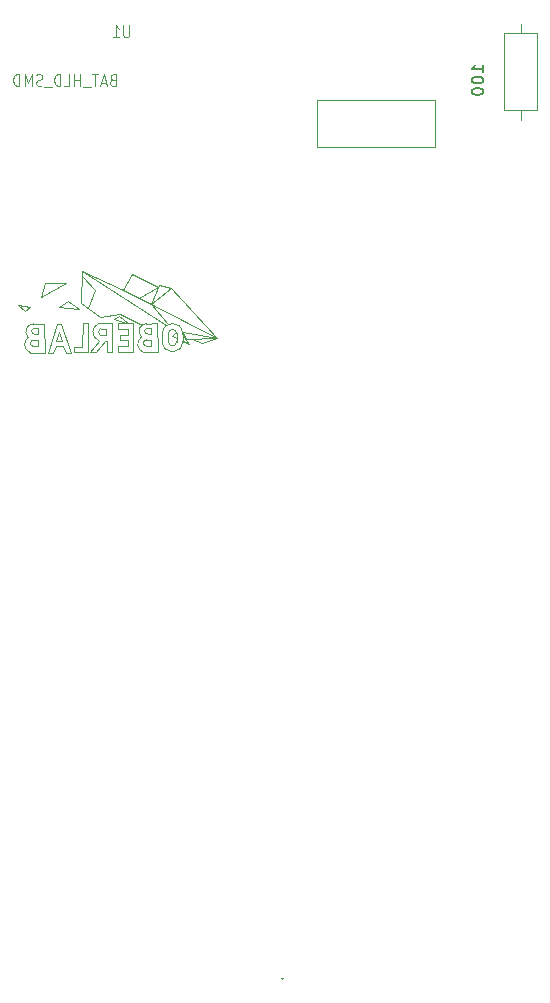
<source format=gbr>
%TF.GenerationSoftware,KiCad,Pcbnew,9.0.6*%
%TF.CreationDate,2025-11-21T14:44:10+01:00*%
%TF.ProjectId,BL_Santa,424c5f53-616e-4746-912e-6b696361645f,rev?*%
%TF.SameCoordinates,Original*%
%TF.FileFunction,Legend,Bot*%
%TF.FilePolarity,Positive*%
%FSLAX46Y46*%
G04 Gerber Fmt 4.6, Leading zero omitted, Abs format (unit mm)*
G04 Created by KiCad (PCBNEW 9.0.6) date 2025-11-21 14:44:10*
%MOMM*%
%LPD*%
G01*
G04 APERTURE LIST*
%ADD10C,0.050000*%
%ADD11C,0.150000*%
%ADD12C,0.120000*%
%ADD13C,0.010000*%
G04 APERTURE END LIST*
D10*
X143615714Y-116420019D02*
X143615714Y-117229542D01*
X143615714Y-117229542D02*
X143572857Y-117324780D01*
X143572857Y-117324780D02*
X143530000Y-117372400D01*
X143530000Y-117372400D02*
X143444285Y-117420019D01*
X143444285Y-117420019D02*
X143272857Y-117420019D01*
X143272857Y-117420019D02*
X143187142Y-117372400D01*
X143187142Y-117372400D02*
X143144285Y-117324780D01*
X143144285Y-117324780D02*
X143101428Y-117229542D01*
X143101428Y-117229542D02*
X143101428Y-116420019D01*
X142201428Y-117420019D02*
X142715714Y-117420019D01*
X142458571Y-117420019D02*
X142458571Y-116420019D01*
X142458571Y-116420019D02*
X142544285Y-116562876D01*
X142544285Y-116562876D02*
X142630000Y-116658114D01*
X142630000Y-116658114D02*
X142715714Y-116705733D01*
X142208570Y-121016209D02*
X142079998Y-121063828D01*
X142079998Y-121063828D02*
X142037141Y-121111447D01*
X142037141Y-121111447D02*
X141994284Y-121206685D01*
X141994284Y-121206685D02*
X141994284Y-121349542D01*
X141994284Y-121349542D02*
X142037141Y-121444780D01*
X142037141Y-121444780D02*
X142079998Y-121492400D01*
X142079998Y-121492400D02*
X142165713Y-121540019D01*
X142165713Y-121540019D02*
X142508570Y-121540019D01*
X142508570Y-121540019D02*
X142508570Y-120540019D01*
X142508570Y-120540019D02*
X142208570Y-120540019D01*
X142208570Y-120540019D02*
X142122856Y-120587638D01*
X142122856Y-120587638D02*
X142079998Y-120635257D01*
X142079998Y-120635257D02*
X142037141Y-120730495D01*
X142037141Y-120730495D02*
X142037141Y-120825733D01*
X142037141Y-120825733D02*
X142079998Y-120920971D01*
X142079998Y-120920971D02*
X142122856Y-120968590D01*
X142122856Y-120968590D02*
X142208570Y-121016209D01*
X142208570Y-121016209D02*
X142508570Y-121016209D01*
X141651427Y-121254304D02*
X141222856Y-121254304D01*
X141737141Y-121540019D02*
X141437141Y-120540019D01*
X141437141Y-120540019D02*
X141137141Y-121540019D01*
X140965712Y-120540019D02*
X140451427Y-120540019D01*
X140708569Y-121540019D02*
X140708569Y-120540019D01*
X140365713Y-121635257D02*
X139679998Y-121635257D01*
X139465713Y-121540019D02*
X139465713Y-120540019D01*
X139465713Y-121016209D02*
X138951427Y-121016209D01*
X138951427Y-121540019D02*
X138951427Y-120540019D01*
X138094284Y-121540019D02*
X138522856Y-121540019D01*
X138522856Y-121540019D02*
X138522856Y-120540019D01*
X137794285Y-121540019D02*
X137794285Y-120540019D01*
X137794285Y-120540019D02*
X137579999Y-120540019D01*
X137579999Y-120540019D02*
X137451428Y-120587638D01*
X137451428Y-120587638D02*
X137365713Y-120682876D01*
X137365713Y-120682876D02*
X137322856Y-120778114D01*
X137322856Y-120778114D02*
X137279999Y-120968590D01*
X137279999Y-120968590D02*
X137279999Y-121111447D01*
X137279999Y-121111447D02*
X137322856Y-121301923D01*
X137322856Y-121301923D02*
X137365713Y-121397161D01*
X137365713Y-121397161D02*
X137451428Y-121492400D01*
X137451428Y-121492400D02*
X137579999Y-121540019D01*
X137579999Y-121540019D02*
X137794285Y-121540019D01*
X137108571Y-121635257D02*
X136422856Y-121635257D01*
X136251428Y-121492400D02*
X136122857Y-121540019D01*
X136122857Y-121540019D02*
X135908571Y-121540019D01*
X135908571Y-121540019D02*
X135822857Y-121492400D01*
X135822857Y-121492400D02*
X135779999Y-121444780D01*
X135779999Y-121444780D02*
X135737142Y-121349542D01*
X135737142Y-121349542D02*
X135737142Y-121254304D01*
X135737142Y-121254304D02*
X135779999Y-121159066D01*
X135779999Y-121159066D02*
X135822857Y-121111447D01*
X135822857Y-121111447D02*
X135908571Y-121063828D01*
X135908571Y-121063828D02*
X136079999Y-121016209D01*
X136079999Y-121016209D02*
X136165714Y-120968590D01*
X136165714Y-120968590D02*
X136208571Y-120920971D01*
X136208571Y-120920971D02*
X136251428Y-120825733D01*
X136251428Y-120825733D02*
X136251428Y-120730495D01*
X136251428Y-120730495D02*
X136208571Y-120635257D01*
X136208571Y-120635257D02*
X136165714Y-120587638D01*
X136165714Y-120587638D02*
X136079999Y-120540019D01*
X136079999Y-120540019D02*
X135865714Y-120540019D01*
X135865714Y-120540019D02*
X135737142Y-120587638D01*
X135351428Y-121540019D02*
X135351428Y-120540019D01*
X135351428Y-120540019D02*
X135051428Y-121254304D01*
X135051428Y-121254304D02*
X134751428Y-120540019D01*
X134751428Y-120540019D02*
X134751428Y-121540019D01*
X134322857Y-121540019D02*
X134322857Y-120540019D01*
X134322857Y-120540019D02*
X134108571Y-120540019D01*
X134108571Y-120540019D02*
X133980000Y-120587638D01*
X133980000Y-120587638D02*
X133894285Y-120682876D01*
X133894285Y-120682876D02*
X133851428Y-120778114D01*
X133851428Y-120778114D02*
X133808571Y-120968590D01*
X133808571Y-120968590D02*
X133808571Y-121111447D01*
X133808571Y-121111447D02*
X133851428Y-121301923D01*
X133851428Y-121301923D02*
X133894285Y-121397161D01*
X133894285Y-121397161D02*
X133980000Y-121492400D01*
X133980000Y-121492400D02*
X134108571Y-121540019D01*
X134108571Y-121540019D02*
X134322857Y-121540019D01*
D11*
X173604819Y-120383333D02*
X173604819Y-119811905D01*
X173604819Y-120097619D02*
X172604819Y-120097619D01*
X172604819Y-120097619D02*
X172747676Y-120002381D01*
X172747676Y-120002381D02*
X172842914Y-119907143D01*
X172842914Y-119907143D02*
X172890533Y-119811905D01*
X172604819Y-121002381D02*
X172604819Y-121097619D01*
X172604819Y-121097619D02*
X172652438Y-121192857D01*
X172652438Y-121192857D02*
X172700057Y-121240476D01*
X172700057Y-121240476D02*
X172795295Y-121288095D01*
X172795295Y-121288095D02*
X172985771Y-121335714D01*
X172985771Y-121335714D02*
X173223866Y-121335714D01*
X173223866Y-121335714D02*
X173414342Y-121288095D01*
X173414342Y-121288095D02*
X173509580Y-121240476D01*
X173509580Y-121240476D02*
X173557200Y-121192857D01*
X173557200Y-121192857D02*
X173604819Y-121097619D01*
X173604819Y-121097619D02*
X173604819Y-121002381D01*
X173604819Y-121002381D02*
X173557200Y-120907143D01*
X173557200Y-120907143D02*
X173509580Y-120859524D01*
X173509580Y-120859524D02*
X173414342Y-120811905D01*
X173414342Y-120811905D02*
X173223866Y-120764286D01*
X173223866Y-120764286D02*
X172985771Y-120764286D01*
X172985771Y-120764286D02*
X172795295Y-120811905D01*
X172795295Y-120811905D02*
X172700057Y-120859524D01*
X172700057Y-120859524D02*
X172652438Y-120907143D01*
X172652438Y-120907143D02*
X172604819Y-121002381D01*
X172604819Y-121954762D02*
X172604819Y-122050000D01*
X172604819Y-122050000D02*
X172652438Y-122145238D01*
X172652438Y-122145238D02*
X172700057Y-122192857D01*
X172700057Y-122192857D02*
X172795295Y-122240476D01*
X172795295Y-122240476D02*
X172985771Y-122288095D01*
X172985771Y-122288095D02*
X173223866Y-122288095D01*
X173223866Y-122288095D02*
X173414342Y-122240476D01*
X173414342Y-122240476D02*
X173509580Y-122192857D01*
X173509580Y-122192857D02*
X173557200Y-122145238D01*
X173557200Y-122145238D02*
X173604819Y-122050000D01*
X173604819Y-122050000D02*
X173604819Y-121954762D01*
X173604819Y-121954762D02*
X173557200Y-121859524D01*
X173557200Y-121859524D02*
X173509580Y-121811905D01*
X173509580Y-121811905D02*
X173414342Y-121764286D01*
X173414342Y-121764286D02*
X173223866Y-121716667D01*
X173223866Y-121716667D02*
X172985771Y-121716667D01*
X172985771Y-121716667D02*
X172795295Y-121764286D01*
X172795295Y-121764286D02*
X172700057Y-121811905D01*
X172700057Y-121811905D02*
X172652438Y-121859524D01*
X172652438Y-121859524D02*
X172604819Y-121954762D01*
D10*
%TO.C,G\u002A\u002A\u002A*%
X134175000Y-140100000D02*
X134750000Y-140575000D01*
X134750000Y-140575000D02*
X135175000Y-140250000D01*
X135175000Y-140250000D02*
X134175000Y-140100000D01*
D12*
X135500000Y-141688605D02*
X136400000Y-141675000D01*
X135899999Y-143070050D02*
X135499999Y-143070050D01*
X135900000Y-142075000D02*
X135650000Y-142075000D01*
X135900000Y-142125000D02*
X135900000Y-142575000D01*
X135900000Y-142575000D02*
X135600000Y-142575000D01*
X135900000Y-143075000D02*
X135900000Y-143575000D01*
X135900000Y-143575000D02*
X135450000Y-143575000D01*
D10*
X136125000Y-139375000D02*
X136475000Y-138200000D01*
D12*
X136400000Y-141675000D02*
X136450000Y-144125000D01*
X136450000Y-144125000D02*
X135250000Y-144125000D01*
D10*
X136475000Y-138200000D02*
X138275000Y-138250000D01*
D12*
X136725000Y-144125000D02*
X137500000Y-141675000D01*
X137125000Y-144125000D02*
X136725000Y-144125000D01*
X137375000Y-143525000D02*
X137125000Y-144125000D01*
X137450000Y-143125000D02*
X137675000Y-142375000D01*
X137500000Y-141675000D02*
X137825000Y-141675000D01*
X137675000Y-142375000D02*
X137950000Y-143125000D01*
D10*
X137700000Y-140300000D02*
X139375000Y-140400000D01*
D12*
X137825000Y-141675000D02*
X138725000Y-144125000D01*
X137950000Y-143125000D02*
X137450000Y-143125000D01*
X137975000Y-143525000D02*
X137375000Y-143525000D01*
X138225000Y-144125000D02*
X137975000Y-143525000D01*
X138225000Y-144125000D02*
X138725000Y-144125000D01*
D10*
X138275000Y-138250000D02*
X136125000Y-139375000D01*
X138400000Y-139725000D02*
X137700000Y-140300000D01*
D12*
X138900000Y-143650000D02*
X138900000Y-144100000D01*
X138900000Y-144100000D02*
X140150000Y-144100000D01*
D10*
X139400000Y-140400000D02*
X138400000Y-139725000D01*
X139550000Y-139950000D02*
X141175000Y-141075000D01*
X139600000Y-137625000D02*
X140725000Y-138850000D01*
X139625000Y-137225000D02*
X139550000Y-139950000D01*
D12*
X139650000Y-143650000D02*
X138900000Y-143650000D01*
X139675000Y-141650000D02*
X139650000Y-143650000D01*
X140125000Y-141650000D02*
X139675000Y-141650000D01*
X140150000Y-144100000D02*
X140125000Y-141650000D01*
X140325000Y-144100000D02*
X141025000Y-143150000D01*
X140425000Y-144100000D02*
X140325000Y-144100000D01*
D10*
X140725000Y-138850000D02*
X140150000Y-140350000D01*
D12*
X140825000Y-144100000D02*
X140425000Y-144100000D01*
X141066269Y-141644594D02*
X142175000Y-141650000D01*
D10*
X141175000Y-141075000D02*
X142850000Y-140850000D01*
D12*
X141225000Y-142100000D02*
X141675000Y-142100000D01*
X141575000Y-143150000D02*
X140825000Y-144100000D01*
X141675000Y-142100000D02*
X141675000Y-142650000D01*
X141675000Y-142650000D02*
X141175000Y-142650000D01*
X141725000Y-143150000D02*
X141575000Y-143150000D01*
X141725000Y-144100000D02*
X141725000Y-143150000D01*
X142175000Y-141650000D02*
X142175000Y-144100000D01*
X142175000Y-144100000D02*
X141725000Y-144100000D01*
D10*
X142325000Y-141300000D02*
X143300000Y-141650000D01*
D12*
X142625000Y-141650000D02*
X143925000Y-141650000D01*
X142625000Y-142150000D02*
X142625000Y-141650000D01*
X142625000Y-143600000D02*
X143475000Y-143600000D01*
X142625000Y-144100000D02*
X142625000Y-143600000D01*
D10*
X142725000Y-141025000D02*
X142325000Y-141300000D01*
D12*
X142825000Y-142600000D02*
X143475000Y-142600000D01*
X142825000Y-143050000D02*
X142825000Y-142600000D01*
D10*
X142850000Y-140850000D02*
X144675000Y-141750000D01*
X143100000Y-138850000D02*
X139625000Y-137225000D01*
X143100000Y-138850000D02*
X145425000Y-140000000D01*
D12*
X143475000Y-142150000D02*
X142625000Y-142150000D01*
X143475000Y-142600000D02*
X143475000Y-142150000D01*
X143475000Y-143050000D02*
X142825000Y-143050000D01*
X143475000Y-143600000D02*
X143475000Y-143050000D01*
D10*
X143500000Y-141625000D02*
X142725000Y-141025000D01*
X143850000Y-137425000D02*
X143100000Y-138850000D01*
X143850000Y-137425000D02*
X146050000Y-138600000D01*
D12*
X143875000Y-144100000D02*
X142625000Y-144100000D01*
X143925000Y-141650000D02*
X143975000Y-144100000D01*
X143975000Y-144100000D02*
X143875000Y-144100000D01*
X145075000Y-141663605D02*
X145975000Y-141650000D01*
D10*
X145425000Y-140000000D02*
X146900000Y-141725000D01*
X145425000Y-140000000D02*
X151075000Y-142850000D01*
D12*
X145474999Y-143045050D02*
X145074999Y-143045050D01*
X145475000Y-142050000D02*
X145225000Y-142050000D01*
X145475000Y-142100000D02*
X145475000Y-142550000D01*
X145475000Y-142550000D02*
X145175000Y-142550000D01*
X145475000Y-143050000D02*
X145475000Y-143550000D01*
X145475000Y-143550000D02*
X145025000Y-143550000D01*
X145975000Y-141650000D02*
X146025000Y-144100000D01*
X146025000Y-144100000D02*
X144825000Y-144100000D01*
D10*
X146050000Y-138600000D02*
X144475000Y-139500000D01*
X146150000Y-138425000D02*
X145425000Y-140000000D01*
D12*
X146425000Y-142500000D02*
X146425000Y-143200000D01*
D10*
X146725000Y-141825000D02*
X139625000Y-137225000D01*
D12*
X146925000Y-142500000D02*
X146925000Y-143150000D01*
D10*
X147175000Y-138675000D02*
X145425000Y-140000000D01*
X147175000Y-138675000D02*
X146150000Y-138425000D01*
X147250000Y-142750000D02*
X147625000Y-142925000D01*
X147575000Y-142350000D02*
X147250000Y-142750000D01*
D12*
X147625000Y-142500000D02*
X147625000Y-143200000D01*
D10*
X148125000Y-143100000D02*
X148675000Y-143375000D01*
D12*
X148125000Y-143200000D02*
X148125000Y-142500000D01*
D10*
X148175000Y-142375000D02*
X148400000Y-143000000D01*
X148400000Y-143000000D02*
X151075000Y-142850000D01*
X148675000Y-143375000D02*
X148100000Y-142575000D01*
X149750000Y-143325000D02*
X148925000Y-142975000D01*
X151075000Y-142850000D02*
X147175000Y-138675000D01*
X151075000Y-142850000D02*
X148175000Y-142375000D01*
X151075000Y-142850000D02*
X149750000Y-143325000D01*
D12*
X135050001Y-142774999D02*
G75*
G02*
X135500000Y-141688605I449999J449999D01*
G01*
X135250001Y-144124999D02*
G75*
G02*
X135073744Y-142816063I249998J699999D01*
G01*
X135450001Y-143574999D02*
G75*
G02*
X135499999Y-143070050I49999J249999D01*
G01*
X135600000Y-142575000D02*
G75*
G02*
X135660634Y-142082464I0J250000D01*
G01*
X141050001Y-143099999D02*
G75*
G02*
X141066269Y-141644594I249999J724999D01*
G01*
X141175001Y-142649999D02*
G75*
G02*
X141175001Y-142100001I124999J274999D01*
G01*
X144625001Y-142749999D02*
G75*
G02*
X145075000Y-141663605I449999J449999D01*
G01*
X144825001Y-144099999D02*
G75*
G02*
X144648744Y-142791063I249998J699999D01*
G01*
X145025001Y-143549999D02*
G75*
G02*
X145074999Y-143045050I49999J249999D01*
G01*
X145175000Y-142550000D02*
G75*
G02*
X145235634Y-142057464I0J250000D01*
G01*
X146425000Y-142500000D02*
G75*
G02*
X148125000Y-142500000I850000J0D01*
G01*
X146925000Y-142500000D02*
G75*
G02*
X147625000Y-142500000I350000J0D01*
G01*
X147625000Y-143200000D02*
G75*
G02*
X146925000Y-143200000I-350000J0D01*
G01*
X148125000Y-143200000D02*
G75*
G02*
X146425000Y-143200000I-850000J0D01*
G01*
D13*
X156622361Y-197095226D02*
X156558542Y-197159045D01*
X156494723Y-197095226D01*
X156558542Y-197031407D01*
X156622361Y-197095226D01*
G36*
X156622361Y-197095226D02*
G01*
X156558542Y-197159045D01*
X156494723Y-197095226D01*
X156558542Y-197031407D01*
X156622361Y-197095226D01*
G37*
D12*
%TO.C,S1*%
X159512400Y-126706600D02*
X169469200Y-126706600D01*
X159512400Y-122769600D02*
X159487000Y-126706600D01*
X169469200Y-126706600D02*
X169469200Y-122769600D01*
X169469200Y-122769600D02*
X159512400Y-122769600D01*
%TO.C,R2*%
X176750000Y-124390000D02*
X176750000Y-123620000D01*
X176750000Y-116310000D02*
X176750000Y-117080000D01*
X178120000Y-123620000D02*
X175380000Y-123620000D01*
X175380000Y-117080000D01*
X178120000Y-117080000D01*
X178120000Y-123620000D01*
%TD*%
M02*

</source>
